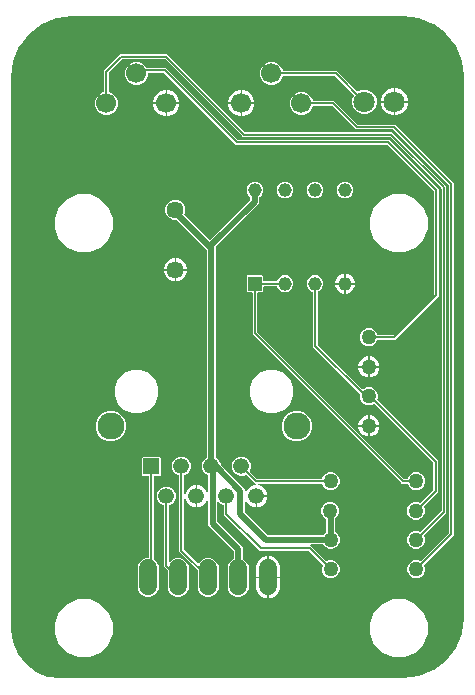
<source format=gbr>
G04 EAGLE Gerber RS-274X export*
G75*
%MOMM*%
%FSLAX34Y34*%
%LPD*%
%INTop Copper*%
%IPPOS*%
%AMOC8*
5,1,8,0,0,1.08239X$1,22.5*%
G01*
G04 Define Apertures*
%ADD10C,1.800000*%
%ADD11C,1.260000*%
%ADD12C,1.524000*%
%ADD13C,1.700000*%
%ADD14C,2.280000*%
%ADD15R,1.335000X1.335000*%
%ADD16C,1.335000*%
%ADD17C,1.450000*%
%ADD18R,1.170000X1.170000*%
%ADD19C,1.170000*%
%ADD20C,0.152400*%
%ADD21C,0.508000*%
G36*
X314768Y2039D02*
X314669Y2032D01*
X24310Y2032D01*
X24211Y2039D01*
X13712Y3421D01*
X13519Y3472D01*
X3736Y7525D01*
X3563Y7624D01*
X-4838Y14071D01*
X-4979Y14212D01*
X-11426Y22613D01*
X-11525Y22786D01*
X-15578Y32569D01*
X-15629Y32762D01*
X-17011Y43261D01*
X-17018Y43360D01*
X-17018Y511475D01*
X-17011Y511575D01*
X-15282Y524711D01*
X-15231Y524903D01*
X-10160Y537145D01*
X-10061Y537317D01*
X-1995Y547829D01*
X-1854Y547970D01*
X8658Y556036D01*
X8830Y556135D01*
X21072Y561206D01*
X21264Y561257D01*
X34400Y562986D01*
X34500Y562993D01*
X314902Y562993D01*
X315001Y562986D01*
X328047Y561269D01*
X328239Y561218D01*
X340395Y556182D01*
X340568Y556083D01*
X351007Y548072D01*
X351147Y547932D01*
X359158Y537493D01*
X359257Y537320D01*
X364293Y525164D01*
X364344Y524972D01*
X366061Y511926D01*
X366068Y511827D01*
X366068Y53431D01*
X366061Y53332D01*
X364336Y40226D01*
X364285Y40034D01*
X359226Y27821D01*
X359126Y27649D01*
X351079Y17161D01*
X350939Y17021D01*
X340451Y8974D01*
X340279Y8874D01*
X328066Y3815D01*
X327874Y3764D01*
X314768Y2039D01*
G37*
%LPC*%
G36*
X324254Y111810D02*
X327266Y111810D01*
X330048Y112962D01*
X332178Y115092D01*
X333330Y117874D01*
X333330Y120886D01*
X332590Y122671D01*
X332532Y122951D01*
X332588Y123249D01*
X332756Y123502D01*
X351282Y142028D01*
X351282Y418672D01*
X305642Y464312D01*
X181497Y464312D01*
X181211Y464368D01*
X180959Y464535D01*
X115142Y530352D01*
X75358Y530352D01*
X61468Y516462D01*
X61468Y499192D01*
X61415Y498912D01*
X61249Y498658D01*
X60998Y498488D01*
X57966Y497233D01*
X55217Y494484D01*
X53730Y490893D01*
X53730Y487007D01*
X55217Y483416D01*
X57966Y480667D01*
X61557Y479180D01*
X65443Y479180D01*
X69034Y480667D01*
X71783Y483416D01*
X73270Y487007D01*
X73270Y490893D01*
X71783Y494484D01*
X69034Y497233D01*
X66002Y498488D01*
X65764Y498645D01*
X65592Y498895D01*
X65532Y499192D01*
X65532Y514463D01*
X65588Y514749D01*
X65755Y515002D01*
X76819Y526065D01*
X77060Y526228D01*
X77357Y526288D01*
X113143Y526288D01*
X113429Y526232D01*
X113682Y526065D01*
X179498Y460248D01*
X303643Y460248D01*
X303929Y460192D01*
X304182Y460025D01*
X346995Y417212D01*
X347158Y416970D01*
X347218Y416673D01*
X347218Y144027D01*
X347162Y143741D01*
X346995Y143489D01*
X329882Y126376D01*
X329646Y126215D01*
X329349Y126152D01*
X329051Y126210D01*
X327266Y126950D01*
X324254Y126950D01*
X321472Y125798D01*
X319342Y123668D01*
X318190Y120886D01*
X318190Y117874D01*
X319342Y115092D01*
X321472Y112962D01*
X324254Y111810D01*
G37*
G36*
X279897Y479950D02*
X283983Y479950D01*
X287758Y481514D01*
X290646Y484403D01*
X292210Y488177D01*
X292210Y492263D01*
X290646Y496038D01*
X287758Y498926D01*
X283983Y500490D01*
X279897Y500490D01*
X276582Y499117D01*
X276303Y499059D01*
X276005Y499115D01*
X275752Y499282D01*
X258652Y516382D01*
X213442Y516382D01*
X213162Y516435D01*
X212908Y516601D01*
X212738Y516852D01*
X211483Y519884D01*
X208734Y522633D01*
X205143Y524120D01*
X201257Y524120D01*
X197666Y522633D01*
X194917Y519884D01*
X193430Y516293D01*
X193430Y512407D01*
X194917Y508816D01*
X197666Y506067D01*
X201257Y504580D01*
X205143Y504580D01*
X208734Y506067D01*
X211483Y508816D01*
X212738Y511848D01*
X212895Y512086D01*
X213145Y512258D01*
X213442Y512318D01*
X256653Y512318D01*
X256939Y512262D01*
X257192Y512095D01*
X272878Y496408D01*
X273038Y496172D01*
X273101Y495876D01*
X273043Y495578D01*
X271670Y492263D01*
X271670Y488177D01*
X273234Y484403D01*
X276123Y481514D01*
X279897Y479950D01*
G37*
G36*
X284244Y283260D02*
X287256Y283260D01*
X290038Y284412D01*
X292168Y286542D01*
X292907Y288328D01*
X293064Y288566D01*
X293314Y288738D01*
X293611Y288798D01*
X308182Y288798D01*
X344932Y325548D01*
X344932Y416132D01*
X303102Y457962D01*
X175147Y457962D01*
X174861Y458018D01*
X174609Y458185D01*
X113872Y518922D01*
X98090Y518922D01*
X97810Y518975D01*
X97556Y519141D01*
X97386Y519392D01*
X97183Y519884D01*
X94434Y522633D01*
X90843Y524120D01*
X86957Y524120D01*
X83366Y522633D01*
X80617Y519884D01*
X79130Y516293D01*
X79130Y512407D01*
X80617Y508816D01*
X83366Y506067D01*
X86957Y504580D01*
X90843Y504580D01*
X94434Y506067D01*
X97183Y508816D01*
X98670Y512407D01*
X98670Y514096D01*
X98721Y514371D01*
X98885Y514626D01*
X99135Y514798D01*
X99432Y514858D01*
X111873Y514858D01*
X112159Y514802D01*
X112412Y514635D01*
X173148Y453898D01*
X301103Y453898D01*
X301389Y453842D01*
X301642Y453675D01*
X340645Y414672D01*
X340808Y414430D01*
X340868Y414133D01*
X340868Y327547D01*
X340812Y327261D01*
X340645Y327009D01*
X306722Y293085D01*
X306480Y292922D01*
X306183Y292862D01*
X293611Y292862D01*
X293331Y292915D01*
X293077Y293081D01*
X292907Y293332D01*
X292168Y295118D01*
X290038Y297248D01*
X287256Y298400D01*
X284244Y298400D01*
X281462Y297248D01*
X279332Y295118D01*
X278180Y292336D01*
X278180Y289324D01*
X279332Y286542D01*
X281462Y284412D01*
X284244Y283260D01*
G37*
G36*
X295800Y490982D02*
X306578Y490982D01*
X306578Y501760D01*
X305045Y501760D01*
X300803Y500003D01*
X297557Y496757D01*
X295800Y492515D01*
X295800Y490982D01*
G37*
G36*
X308102Y490982D02*
X318880Y490982D01*
X318880Y492515D01*
X317123Y496757D01*
X313877Y500003D01*
X309635Y501760D01*
X308102Y501760D01*
X308102Y490982D01*
G37*
G36*
X166760Y489712D02*
X177038Y489712D01*
X177038Y499990D01*
X175604Y499990D01*
X171546Y498309D01*
X168441Y495204D01*
X166760Y491146D01*
X166760Y489712D01*
G37*
G36*
X103260Y489712D02*
X113538Y489712D01*
X113538Y499990D01*
X112104Y499990D01*
X108046Y498309D01*
X104941Y495204D01*
X103260Y491146D01*
X103260Y489712D01*
G37*
G36*
X115062Y489712D02*
X125340Y489712D01*
X125340Y491146D01*
X123659Y495204D01*
X120554Y498309D01*
X116496Y499990D01*
X115062Y499990D01*
X115062Y489712D01*
G37*
G36*
X178562Y489712D02*
X188840Y489712D01*
X188840Y491146D01*
X187159Y495204D01*
X184054Y498309D01*
X179996Y499990D01*
X178562Y499990D01*
X178562Y489712D01*
G37*
G36*
X324254Y86762D02*
X327266Y86762D01*
X330048Y87914D01*
X332178Y90044D01*
X333330Y92826D01*
X333330Y95838D01*
X332590Y97623D01*
X332532Y97903D01*
X332588Y98201D01*
X332756Y98454D01*
X357632Y123330D01*
X357632Y421353D01*
X308069Y470916D01*
X276493Y470916D01*
X276207Y470972D01*
X275955Y471139D01*
X256112Y490982D01*
X238842Y490982D01*
X238562Y491035D01*
X238308Y491201D01*
X238138Y491452D01*
X236883Y494484D01*
X234134Y497233D01*
X230543Y498720D01*
X226657Y498720D01*
X223066Y497233D01*
X220317Y494484D01*
X218830Y490893D01*
X218830Y487007D01*
X220317Y483416D01*
X223066Y480667D01*
X226657Y479180D01*
X230543Y479180D01*
X234134Y480667D01*
X236883Y483416D01*
X238138Y486448D01*
X238295Y486686D01*
X238545Y486858D01*
X238842Y486918D01*
X254113Y486918D01*
X254399Y486862D01*
X254652Y486695D01*
X274494Y466852D01*
X306070Y466852D01*
X306356Y466796D01*
X306609Y466629D01*
X353345Y419893D01*
X353508Y419651D01*
X353568Y419354D01*
X353568Y125329D01*
X353512Y125043D01*
X353345Y124791D01*
X329882Y101328D01*
X329646Y101167D01*
X329349Y101104D01*
X329051Y101162D01*
X327266Y101902D01*
X324254Y101902D01*
X321472Y100750D01*
X319342Y98620D01*
X318190Y95838D01*
X318190Y92826D01*
X319342Y90044D01*
X321472Y87914D01*
X324254Y86762D01*
G37*
G36*
X308102Y478680D02*
X309635Y478680D01*
X313877Y480437D01*
X317123Y483683D01*
X318880Y487925D01*
X318880Y489458D01*
X308102Y489458D01*
X308102Y478680D01*
G37*
G36*
X305045Y478680D02*
X306578Y478680D01*
X306578Y489458D01*
X295800Y489458D01*
X295800Y487925D01*
X297557Y483683D01*
X300803Y480437D01*
X305045Y478680D01*
G37*
G36*
X178562Y477910D02*
X179996Y477910D01*
X184054Y479591D01*
X187159Y482696D01*
X188840Y486754D01*
X188840Y488188D01*
X178562Y488188D01*
X178562Y477910D01*
G37*
G36*
X175604Y477910D02*
X177038Y477910D01*
X177038Y488188D01*
X166760Y488188D01*
X166760Y486754D01*
X168441Y482696D01*
X171546Y479591D01*
X175604Y477910D01*
G37*
G36*
X115062Y477910D02*
X116496Y477910D01*
X120554Y479591D01*
X123659Y482696D01*
X125340Y486754D01*
X125340Y488188D01*
X115062Y488188D01*
X115062Y477910D01*
G37*
G36*
X112104Y477910D02*
X113538Y477910D01*
X113538Y488188D01*
X103260Y488188D01*
X103260Y486754D01*
X104941Y482696D01*
X108046Y479591D01*
X112104Y477910D01*
G37*
G36*
X173367Y70995D02*
X176903Y70995D01*
X180171Y72348D01*
X182672Y74849D01*
X184025Y78117D01*
X184025Y96893D01*
X182672Y100161D01*
X180171Y102662D01*
X179415Y102974D01*
X179177Y103131D01*
X179005Y103381D01*
X178945Y103678D01*
X178945Y113213D01*
X157703Y134455D01*
X157540Y134696D01*
X157480Y134994D01*
X157480Y150754D01*
X157527Y151018D01*
X157686Y151276D01*
X157934Y151451D01*
X158230Y151516D01*
X158528Y151461D01*
X158781Y151293D01*
X160600Y149475D01*
X162598Y148647D01*
X162836Y148490D01*
X163008Y148240D01*
X163068Y147943D01*
X163068Y140128D01*
X193116Y110080D01*
X234423Y110080D01*
X234709Y110024D01*
X234962Y109857D01*
X246364Y98454D01*
X246525Y98218D01*
X246588Y97921D01*
X246530Y97623D01*
X245790Y95838D01*
X245790Y92826D01*
X246942Y90044D01*
X249072Y87914D01*
X251854Y86762D01*
X254866Y86762D01*
X257648Y87914D01*
X259778Y90044D01*
X260930Y92826D01*
X260930Y95838D01*
X259778Y98620D01*
X257648Y100750D01*
X254866Y101902D01*
X251854Y101902D01*
X250069Y101162D01*
X249789Y101104D01*
X249491Y101160D01*
X249238Y101328D01*
X236297Y114269D01*
X236144Y114489D01*
X236074Y114784D01*
X236125Y115083D01*
X236288Y115338D01*
X236538Y115510D01*
X236835Y115570D01*
X246235Y115570D01*
X246516Y115517D01*
X246770Y115351D01*
X246939Y115100D01*
X246942Y115092D01*
X249072Y112962D01*
X251854Y111810D01*
X254866Y111810D01*
X257648Y112962D01*
X259778Y115092D01*
X260930Y117874D01*
X260930Y120886D01*
X259778Y123668D01*
X257648Y125798D01*
X257640Y125801D01*
X257402Y125957D01*
X257230Y126208D01*
X257170Y126505D01*
X257170Y137003D01*
X257226Y137289D01*
X257393Y137542D01*
X259426Y139574D01*
X260578Y142356D01*
X260578Y145368D01*
X259426Y148150D01*
X257296Y150280D01*
X254514Y151432D01*
X251502Y151432D01*
X248720Y150280D01*
X246590Y148150D01*
X245438Y145368D01*
X245438Y142356D01*
X246590Y139574D01*
X248720Y137444D01*
X249080Y137296D01*
X249318Y137139D01*
X249490Y136889D01*
X249550Y136592D01*
X249550Y126505D01*
X249497Y126224D01*
X249331Y125970D01*
X249080Y125801D01*
X249072Y125798D01*
X246942Y123668D01*
X246939Y123660D01*
X246783Y123422D01*
X246533Y123250D01*
X246235Y123190D01*
X200400Y123190D01*
X200114Y123246D01*
X199861Y123413D01*
X180746Y142528D01*
X180583Y142770D01*
X180523Y143067D01*
X180523Y152386D01*
X180568Y152643D01*
X180725Y152903D01*
X180971Y153080D01*
X181267Y153148D01*
X181565Y153094D01*
X181820Y152929D01*
X181989Y152677D01*
X182688Y150990D01*
X185280Y148398D01*
X188667Y146995D01*
X189738Y146995D01*
X189738Y156972D01*
X199715Y156972D01*
X199715Y158043D01*
X198312Y161430D01*
X195720Y164022D01*
X192364Y165412D01*
X192144Y165552D01*
X191964Y165797D01*
X191894Y166092D01*
X191945Y166391D01*
X192109Y166646D01*
X192359Y166818D01*
X192656Y166878D01*
X245499Y166878D01*
X245779Y166825D01*
X246033Y166659D01*
X246203Y166408D01*
X246942Y164622D01*
X249072Y162492D01*
X251854Y161340D01*
X254866Y161340D01*
X257648Y162492D01*
X259778Y164622D01*
X260930Y167404D01*
X260930Y170416D01*
X259778Y173198D01*
X257648Y175328D01*
X254866Y176480D01*
X251854Y176480D01*
X249072Y175328D01*
X246942Y173198D01*
X246203Y171412D01*
X246046Y171174D01*
X245796Y171002D01*
X245499Y170942D01*
X191657Y170942D01*
X191371Y170998D01*
X191119Y171165D01*
X185083Y177201D01*
X184922Y177437D01*
X184859Y177734D01*
X184917Y178032D01*
X185745Y180030D01*
X185745Y183190D01*
X184535Y186111D01*
X182301Y188345D01*
X179380Y189555D01*
X176220Y189555D01*
X173300Y188345D01*
X171065Y186111D01*
X169855Y183190D01*
X169855Y180030D01*
X171065Y177110D01*
X173300Y174875D01*
X176220Y173665D01*
X179380Y173665D01*
X181378Y174493D01*
X181658Y174551D01*
X181956Y174495D01*
X182209Y174327D01*
X189811Y166726D01*
X189964Y166506D01*
X190033Y166211D01*
X189982Y165912D01*
X189819Y165657D01*
X189569Y165485D01*
X189272Y165425D01*
X188667Y165425D01*
X185280Y164022D01*
X182688Y161430D01*
X181989Y159743D01*
X181849Y159522D01*
X181604Y159342D01*
X181309Y159273D01*
X181010Y159323D01*
X180755Y159487D01*
X180583Y159737D01*
X180523Y160034D01*
X180523Y162685D01*
X160568Y182640D01*
X160405Y182882D01*
X160345Y183179D01*
X160345Y183190D01*
X159135Y186111D01*
X156901Y188345D01*
X156674Y188439D01*
X156436Y188596D01*
X156264Y188846D01*
X156204Y189143D01*
X156204Y367060D01*
X156260Y367346D01*
X156427Y367599D01*
X193040Y404212D01*
X193040Y409045D01*
X193096Y409331D01*
X193263Y409584D01*
X195266Y411587D01*
X196350Y414204D01*
X196350Y417036D01*
X195266Y419653D01*
X193263Y421656D01*
X190646Y422740D01*
X187814Y422740D01*
X185197Y421656D01*
X183194Y419653D01*
X182110Y417036D01*
X182110Y414204D01*
X183194Y411587D01*
X185197Y409584D01*
X185360Y409342D01*
X185420Y409045D01*
X185420Y407684D01*
X185364Y407398D01*
X185197Y407145D01*
X151663Y373611D01*
X151432Y373453D01*
X151136Y373388D01*
X150838Y373443D01*
X150585Y373611D01*
X129825Y394371D01*
X129665Y394607D01*
X129602Y394904D01*
X129660Y395202D01*
X130440Y397085D01*
X130440Y400475D01*
X129143Y403606D01*
X126746Y406003D01*
X123615Y407300D01*
X120225Y407300D01*
X117094Y406003D01*
X114697Y403606D01*
X113400Y400475D01*
X113400Y397085D01*
X114697Y393954D01*
X117094Y391557D01*
X120225Y390260D01*
X122844Y390260D01*
X123130Y390204D01*
X123383Y390037D01*
X148361Y365059D01*
X148524Y364817D01*
X148584Y364520D01*
X148584Y189138D01*
X148531Y188858D01*
X148365Y188604D01*
X148114Y188434D01*
X147900Y188345D01*
X145665Y186111D01*
X144455Y183190D01*
X144455Y180030D01*
X145665Y177110D01*
X147900Y174875D01*
X149390Y174257D01*
X149628Y174101D01*
X149800Y173851D01*
X149860Y173553D01*
X149860Y159592D01*
X149815Y159335D01*
X149658Y159076D01*
X149412Y158898D01*
X149116Y158831D01*
X148818Y158884D01*
X148564Y159049D01*
X148394Y159301D01*
X147512Y161430D01*
X144920Y164022D01*
X141533Y165425D01*
X140462Y165425D01*
X140462Y146995D01*
X141533Y146995D01*
X144920Y148398D01*
X147512Y150990D01*
X148394Y153119D01*
X148534Y153340D01*
X148779Y153519D01*
X149074Y153589D01*
X149373Y153538D01*
X149628Y153375D01*
X149800Y153125D01*
X149860Y152828D01*
X149860Y131522D01*
X171102Y110280D01*
X171265Y110038D01*
X171325Y109741D01*
X171325Y103678D01*
X171272Y103398D01*
X171106Y103144D01*
X170855Y102974D01*
X170099Y102662D01*
X167598Y100161D01*
X166245Y96893D01*
X166245Y78117D01*
X167598Y74849D01*
X170099Y72348D01*
X173367Y70995D01*
G37*
G36*
X213214Y408500D02*
X216046Y408500D01*
X218663Y409584D01*
X220666Y411587D01*
X221750Y414204D01*
X221750Y417036D01*
X220666Y419653D01*
X218663Y421656D01*
X216046Y422740D01*
X213214Y422740D01*
X210597Y421656D01*
X208594Y419653D01*
X207510Y417036D01*
X207510Y414204D01*
X208594Y411587D01*
X210597Y409584D01*
X213214Y408500D01*
G37*
G36*
X238614Y408500D02*
X241446Y408500D01*
X244063Y409584D01*
X246066Y411587D01*
X247150Y414204D01*
X247150Y417036D01*
X246066Y419653D01*
X244063Y421656D01*
X241446Y422740D01*
X238614Y422740D01*
X235997Y421656D01*
X233994Y419653D01*
X232910Y417036D01*
X232910Y414204D01*
X233994Y411587D01*
X235997Y409584D01*
X238614Y408500D01*
G37*
G36*
X264014Y408500D02*
X266846Y408500D01*
X269463Y409584D01*
X271466Y411587D01*
X272550Y414204D01*
X272550Y417036D01*
X271466Y419653D01*
X269463Y421656D01*
X266846Y422740D01*
X264014Y422740D01*
X261397Y421656D01*
X259394Y419653D01*
X258310Y417036D01*
X258310Y414204D01*
X259394Y411587D01*
X261397Y409584D01*
X264014Y408500D01*
G37*
G36*
X306270Y362818D02*
X316030Y362818D01*
X325046Y366553D01*
X331947Y373454D01*
X335682Y382470D01*
X335682Y392230D01*
X331947Y401246D01*
X325046Y408147D01*
X316030Y411882D01*
X306270Y411882D01*
X297254Y408147D01*
X290353Y401246D01*
X286618Y392230D01*
X286618Y382470D01*
X290353Y373454D01*
X297254Y366553D01*
X306270Y362818D01*
G37*
G36*
X39570Y362818D02*
X49330Y362818D01*
X58346Y366553D01*
X65247Y373454D01*
X68982Y382470D01*
X68982Y392230D01*
X65247Y401246D01*
X58346Y408147D01*
X49330Y411882D01*
X39570Y411882D01*
X30554Y408147D01*
X23653Y401246D01*
X19918Y392230D01*
X19918Y382470D01*
X23653Y373454D01*
X30554Y366553D01*
X39570Y362818D01*
G37*
G36*
X112130Y348742D02*
X121158Y348742D01*
X121158Y357770D01*
X119973Y357770D01*
X116374Y356280D01*
X113620Y353526D01*
X112130Y349927D01*
X112130Y348742D01*
G37*
G36*
X122682Y348742D02*
X131710Y348742D01*
X131710Y349927D01*
X130220Y353526D01*
X127466Y356280D01*
X123867Y357770D01*
X122682Y357770D01*
X122682Y348742D01*
G37*
G36*
X119973Y338190D02*
X121158Y338190D01*
X121158Y347218D01*
X112130Y347218D01*
X112130Y346033D01*
X113620Y342434D01*
X116374Y339680D01*
X119973Y338190D01*
G37*
G36*
X122682Y338190D02*
X123867Y338190D01*
X127466Y339680D01*
X130220Y342434D01*
X131710Y346033D01*
X131710Y347218D01*
X122682Y347218D01*
X122682Y338190D01*
G37*
G36*
X266192Y336982D02*
X273820Y336982D01*
X273820Y337889D01*
X272543Y340973D01*
X270183Y343333D01*
X267099Y344610D01*
X266192Y344610D01*
X266192Y336982D01*
G37*
G36*
X257040Y336982D02*
X264668Y336982D01*
X264668Y344610D01*
X263761Y344610D01*
X260677Y343333D01*
X258317Y340973D01*
X257040Y337889D01*
X257040Y336982D01*
G37*
G36*
X324254Y161340D02*
X327266Y161340D01*
X330048Y162492D01*
X332178Y164622D01*
X333330Y167404D01*
X333330Y170416D01*
X332178Y173198D01*
X330048Y175328D01*
X327266Y176480D01*
X324254Y176480D01*
X321472Y175328D01*
X319342Y173198D01*
X318603Y171412D01*
X318446Y171174D01*
X318196Y171002D01*
X317899Y170942D01*
X315694Y170942D01*
X315408Y170998D01*
X315155Y171165D01*
X191485Y294835D01*
X191322Y295077D01*
X191262Y295374D01*
X191262Y328338D01*
X191313Y328613D01*
X191477Y328868D01*
X191727Y329040D01*
X192024Y329100D01*
X195606Y329100D01*
X196350Y329844D01*
X196350Y333426D01*
X196401Y333701D01*
X196565Y333956D01*
X196815Y334128D01*
X197112Y334188D01*
X207256Y334188D01*
X207536Y334135D01*
X207790Y333969D01*
X207960Y333718D01*
X208594Y332187D01*
X210597Y330184D01*
X213214Y329100D01*
X216046Y329100D01*
X218663Y330184D01*
X220666Y332187D01*
X221750Y334804D01*
X221750Y337636D01*
X220666Y340253D01*
X218663Y342256D01*
X216046Y343340D01*
X213214Y343340D01*
X210597Y342256D01*
X208594Y340253D01*
X207960Y338722D01*
X207803Y338484D01*
X207553Y338312D01*
X207256Y338252D01*
X197112Y338252D01*
X196837Y338303D01*
X196582Y338467D01*
X196410Y338717D01*
X196350Y339014D01*
X196350Y342596D01*
X195606Y343340D01*
X182854Y343340D01*
X182110Y342596D01*
X182110Y329844D01*
X182854Y329100D01*
X186436Y329100D01*
X186711Y329049D01*
X186966Y328885D01*
X187138Y328635D01*
X187198Y328338D01*
X187198Y293375D01*
X313695Y166878D01*
X317899Y166878D01*
X318179Y166825D01*
X318433Y166659D01*
X318603Y166408D01*
X319342Y164622D01*
X321472Y162492D01*
X324254Y161340D01*
G37*
G36*
X323902Y136292D02*
X326914Y136292D01*
X329696Y137444D01*
X331826Y139574D01*
X332978Y142356D01*
X332978Y145368D01*
X332238Y147153D01*
X332180Y147433D01*
X332236Y147731D01*
X332404Y147984D01*
X344465Y160045D01*
X344465Y186259D01*
X293118Y237606D01*
X292957Y237842D01*
X292894Y238139D01*
X292952Y238437D01*
X293320Y239324D01*
X293320Y242336D01*
X292168Y245118D01*
X290038Y247248D01*
X287256Y248400D01*
X284244Y248400D01*
X281462Y247248D01*
X281103Y246888D01*
X280872Y246730D01*
X280576Y246665D01*
X280278Y246721D01*
X280025Y246888D01*
X242547Y284367D01*
X242384Y284608D01*
X242324Y284905D01*
X242324Y328954D01*
X242377Y329235D01*
X242543Y329489D01*
X242794Y329658D01*
X244063Y330184D01*
X246066Y332187D01*
X247150Y334804D01*
X247150Y337636D01*
X246066Y340253D01*
X244063Y342256D01*
X241446Y343340D01*
X238614Y343340D01*
X235997Y342256D01*
X233994Y340253D01*
X232910Y337636D01*
X232910Y334804D01*
X233994Y332187D01*
X235997Y330184D01*
X237790Y329441D01*
X238028Y329285D01*
X238200Y329035D01*
X238260Y328737D01*
X238260Y282906D01*
X278011Y243156D01*
X278171Y242920D01*
X278234Y242623D01*
X278180Y242347D01*
X278180Y239324D01*
X279332Y236542D01*
X281462Y234412D01*
X284244Y233260D01*
X287256Y233260D01*
X289939Y234372D01*
X290219Y234430D01*
X290517Y234374D01*
X290770Y234206D01*
X340177Y184799D01*
X340340Y184557D01*
X340401Y184260D01*
X340401Y162044D01*
X340345Y161758D01*
X340177Y161505D01*
X329530Y150858D01*
X329294Y150697D01*
X328997Y150634D01*
X328699Y150692D01*
X326914Y151432D01*
X323902Y151432D01*
X321120Y150280D01*
X318990Y148150D01*
X317838Y145368D01*
X317838Y142356D01*
X318990Y139574D01*
X321120Y137444D01*
X323902Y136292D01*
G37*
G36*
X263761Y327830D02*
X264668Y327830D01*
X264668Y335458D01*
X257040Y335458D01*
X257040Y334551D01*
X258317Y331467D01*
X260677Y329107D01*
X263761Y327830D01*
G37*
G36*
X266192Y327830D02*
X267099Y327830D01*
X270183Y329107D01*
X272543Y331467D01*
X273820Y334551D01*
X273820Y335458D01*
X266192Y335458D01*
X266192Y327830D01*
G37*
G36*
X276910Y266592D02*
X284988Y266592D01*
X284988Y274670D01*
X283992Y274670D01*
X280743Y273324D01*
X278256Y270837D01*
X276910Y267588D01*
X276910Y266592D01*
G37*
G36*
X286512Y266592D02*
X294590Y266592D01*
X294590Y267588D01*
X293244Y270837D01*
X290757Y273324D01*
X287508Y274670D01*
X286512Y274670D01*
X286512Y266592D01*
G37*
G36*
X286512Y256990D02*
X287508Y256990D01*
X290757Y258336D01*
X293244Y260823D01*
X294590Y264072D01*
X294590Y265068D01*
X286512Y265068D01*
X286512Y256990D01*
G37*
G36*
X283992Y256990D02*
X284988Y256990D01*
X284988Y265068D01*
X276910Y265068D01*
X276910Y264072D01*
X278256Y260823D01*
X280743Y258336D01*
X283992Y256990D01*
G37*
G36*
X199563Y226828D02*
X206837Y226828D01*
X213556Y229611D01*
X218699Y234754D01*
X221482Y241473D01*
X221482Y248747D01*
X218699Y255466D01*
X213556Y260609D01*
X206837Y263392D01*
X199563Y263392D01*
X192844Y260609D01*
X187701Y255466D01*
X184918Y248747D01*
X184918Y241473D01*
X187701Y234754D01*
X192844Y229611D01*
X199563Y226828D01*
G37*
G36*
X85263Y226828D02*
X92537Y226828D01*
X99256Y229611D01*
X104399Y234754D01*
X107182Y241473D01*
X107182Y248747D01*
X104399Y255466D01*
X99256Y260609D01*
X92537Y263392D01*
X85263Y263392D01*
X78544Y260609D01*
X73401Y255466D01*
X70618Y248747D01*
X70618Y241473D01*
X73401Y234754D01*
X78544Y229611D01*
X85263Y226828D01*
G37*
G36*
X222280Y202940D02*
X227320Y202940D01*
X231977Y204869D01*
X235541Y208433D01*
X237470Y213090D01*
X237470Y218130D01*
X235541Y222787D01*
X231977Y226351D01*
X227320Y228280D01*
X222280Y228280D01*
X217623Y226351D01*
X214059Y222787D01*
X212130Y218130D01*
X212130Y213090D01*
X214059Y208433D01*
X217623Y204869D01*
X222280Y202940D01*
G37*
G36*
X64780Y202940D02*
X69820Y202940D01*
X74477Y204869D01*
X78041Y208433D01*
X79970Y213090D01*
X79970Y218130D01*
X78041Y222787D01*
X74477Y226351D01*
X69820Y228280D01*
X64780Y228280D01*
X60123Y226351D01*
X56559Y222787D01*
X54630Y218130D01*
X54630Y213090D01*
X56559Y208433D01*
X60123Y204869D01*
X64780Y202940D01*
G37*
G36*
X276910Y216592D02*
X284988Y216592D01*
X284988Y224670D01*
X283992Y224670D01*
X280743Y223324D01*
X278256Y220837D01*
X276910Y217588D01*
X276910Y216592D01*
G37*
G36*
X286512Y216592D02*
X294590Y216592D01*
X294590Y217588D01*
X293244Y220837D01*
X290757Y223324D01*
X287508Y224670D01*
X286512Y224670D01*
X286512Y216592D01*
G37*
G36*
X283992Y206990D02*
X284988Y206990D01*
X284988Y215068D01*
X276910Y215068D01*
X276910Y214072D01*
X278256Y210823D01*
X280743Y208336D01*
X283992Y206990D01*
G37*
G36*
X286512Y206990D02*
X287508Y206990D01*
X290757Y208336D01*
X293244Y210823D01*
X294590Y214072D01*
X294590Y215068D01*
X286512Y215068D01*
X286512Y206990D01*
G37*
G36*
X147967Y70995D02*
X151503Y70995D01*
X154771Y72348D01*
X157272Y74849D01*
X158625Y78117D01*
X158625Y96893D01*
X157272Y100161D01*
X154771Y102662D01*
X151503Y104015D01*
X147967Y104015D01*
X144699Y102662D01*
X142198Y100161D01*
X141977Y99627D01*
X141829Y99397D01*
X141581Y99221D01*
X141285Y99156D01*
X140987Y99212D01*
X140734Y99379D01*
X129255Y110858D01*
X129092Y111100D01*
X129032Y111397D01*
X129032Y154054D01*
X129077Y154312D01*
X129234Y154571D01*
X129480Y154748D01*
X129776Y154816D01*
X130074Y154763D01*
X130329Y154597D01*
X130498Y154346D01*
X131888Y150990D01*
X134480Y148398D01*
X137867Y146995D01*
X138938Y146995D01*
X138938Y165425D01*
X137867Y165425D01*
X134480Y164022D01*
X131888Y161430D01*
X130498Y158074D01*
X130358Y157854D01*
X130113Y157674D01*
X129818Y157604D01*
X129519Y157655D01*
X129264Y157819D01*
X129092Y158069D01*
X129032Y158366D01*
X129032Y173343D01*
X129085Y173623D01*
X129251Y173877D01*
X129502Y174047D01*
X131501Y174875D01*
X133735Y177110D01*
X134945Y180030D01*
X134945Y183190D01*
X133735Y186111D01*
X131501Y188345D01*
X128580Y189555D01*
X125420Y189555D01*
X122500Y188345D01*
X120265Y186111D01*
X119055Y183190D01*
X119055Y180030D01*
X120265Y177110D01*
X122500Y174875D01*
X124498Y174047D01*
X124736Y173890D01*
X124908Y173640D01*
X124968Y173343D01*
X124968Y109398D01*
X140622Y93744D01*
X140785Y93503D01*
X140845Y93206D01*
X140845Y78117D01*
X142198Y74849D01*
X144699Y72348D01*
X147967Y70995D01*
G37*
G36*
X97167Y70995D02*
X100703Y70995D01*
X103971Y72348D01*
X106472Y74849D01*
X107825Y78117D01*
X107825Y96893D01*
X106472Y100161D01*
X103878Y102755D01*
X103864Y102764D01*
X103692Y103014D01*
X103632Y103311D01*
X103632Y172903D01*
X103683Y173178D01*
X103847Y173433D01*
X104097Y173605D01*
X104394Y173665D01*
X108801Y173665D01*
X109545Y174409D01*
X109545Y188811D01*
X108801Y189555D01*
X94399Y189555D01*
X93655Y188811D01*
X93655Y174409D01*
X94399Y173665D01*
X98806Y173665D01*
X99081Y173614D01*
X99336Y173450D01*
X99508Y173200D01*
X99568Y172903D01*
X99568Y104777D01*
X99517Y104502D01*
X99353Y104247D01*
X99103Y104075D01*
X98806Y104015D01*
X97167Y104015D01*
X93899Y102662D01*
X91398Y100161D01*
X90045Y96893D01*
X90045Y78117D01*
X91398Y74849D01*
X93899Y72348D01*
X97167Y70995D01*
G37*
G36*
X122567Y70995D02*
X126103Y70995D01*
X129371Y72348D01*
X131872Y74849D01*
X133225Y78117D01*
X133225Y96893D01*
X131872Y100161D01*
X129371Y102662D01*
X126103Y104015D01*
X122567Y104015D01*
X119299Y102662D01*
X117633Y100995D01*
X117413Y100842D01*
X117118Y100772D01*
X116819Y100823D01*
X116564Y100987D01*
X116392Y101237D01*
X116332Y101534D01*
X116332Y147943D01*
X116385Y148223D01*
X116551Y148477D01*
X116802Y148647D01*
X118801Y149475D01*
X121035Y151710D01*
X122245Y154630D01*
X122245Y157790D01*
X121035Y160711D01*
X118801Y162945D01*
X115880Y164155D01*
X112720Y164155D01*
X109800Y162945D01*
X107565Y160711D01*
X106355Y157790D01*
X106355Y154630D01*
X107565Y151710D01*
X109800Y149475D01*
X111798Y148647D01*
X112036Y148490D01*
X112208Y148240D01*
X112268Y147943D01*
X112268Y96698D01*
X115222Y93744D01*
X115385Y93503D01*
X115445Y93206D01*
X115445Y78117D01*
X116798Y74849D01*
X119299Y72348D01*
X122567Y70995D01*
G37*
G36*
X191262Y146995D02*
X192333Y146995D01*
X195720Y148398D01*
X198312Y150990D01*
X199715Y154377D01*
X199715Y155448D01*
X191262Y155448D01*
X191262Y146995D01*
G37*
G36*
X190375Y88267D02*
X199773Y88267D01*
X199773Y105285D01*
X198514Y105285D01*
X194780Y103738D01*
X191922Y100880D01*
X190375Y97146D01*
X190375Y88267D01*
G37*
G36*
X201297Y88267D02*
X210695Y88267D01*
X210695Y97146D01*
X209148Y100880D01*
X206290Y103738D01*
X202556Y105285D01*
X201297Y105285D01*
X201297Y88267D01*
G37*
G36*
X201297Y69725D02*
X202556Y69725D01*
X206290Y71272D01*
X209148Y74130D01*
X210695Y77864D01*
X210695Y86743D01*
X201297Y86743D01*
X201297Y69725D01*
G37*
G36*
X198514Y69725D02*
X199773Y69725D01*
X199773Y86743D01*
X190375Y86743D01*
X190375Y77864D01*
X191922Y74130D01*
X194780Y71272D01*
X198514Y69725D01*
G37*
G36*
X306270Y19918D02*
X316030Y19918D01*
X325046Y23653D01*
X331947Y30554D01*
X335682Y39570D01*
X335682Y49330D01*
X331947Y58346D01*
X325046Y65247D01*
X316030Y68982D01*
X306270Y68982D01*
X297254Y65247D01*
X290353Y58346D01*
X286618Y49330D01*
X286618Y39570D01*
X290353Y30554D01*
X297254Y23653D01*
X306270Y19918D01*
G37*
G36*
X39570Y19918D02*
X49330Y19918D01*
X58346Y23653D01*
X65247Y30554D01*
X68982Y39570D01*
X68982Y49330D01*
X65247Y58346D01*
X58346Y65247D01*
X49330Y68982D01*
X39570Y68982D01*
X30554Y65247D01*
X23653Y58346D01*
X19918Y49330D01*
X19918Y39570D01*
X23653Y30554D01*
X30554Y23653D01*
X39570Y19918D01*
G37*
%LPD*%
D10*
X307340Y490220D03*
X281940Y490220D03*
D11*
X285750Y290830D03*
X285750Y265830D03*
X285750Y240830D03*
X285750Y215830D03*
D12*
X200535Y95125D02*
X200535Y79885D01*
X175135Y79885D02*
X175135Y95125D01*
X149735Y95125D02*
X149735Y79885D01*
X124335Y79885D02*
X124335Y95125D01*
X98935Y95125D02*
X98935Y79885D01*
D13*
X228600Y488950D03*
X203200Y514350D03*
X177800Y488950D03*
D14*
X67300Y215610D03*
X224800Y215610D03*
D15*
X101600Y181610D03*
D16*
X114300Y156210D03*
X127000Y181610D03*
X139700Y156210D03*
X152400Y181610D03*
X165100Y156210D03*
X177800Y181610D03*
X190500Y156210D03*
D13*
X114300Y488950D03*
X88900Y514350D03*
X63500Y488950D03*
D11*
X253360Y94332D03*
X325760Y94332D03*
X325760Y119380D03*
X253360Y119380D03*
X325408Y143862D03*
X253008Y143862D03*
D17*
X121920Y398780D03*
X121920Y347980D03*
D11*
X325760Y168910D03*
X253360Y168910D03*
D18*
X189230Y336220D03*
D19*
X214630Y336220D03*
X240030Y336220D03*
X265430Y336220D03*
X265430Y415620D03*
X240030Y415620D03*
X214630Y415620D03*
X189230Y415620D03*
D20*
X114300Y156210D02*
X114300Y97540D01*
X124335Y87505D01*
X127000Y110240D02*
X127000Y181610D01*
X127000Y110240D02*
X149735Y87505D01*
D21*
X153670Y180340D02*
X152400Y181610D01*
X153670Y180340D02*
X153670Y133100D01*
X175135Y111635D02*
X175135Y87505D01*
X175135Y111635D02*
X153670Y133100D01*
X152394Y181616D02*
X152394Y368954D01*
X152394Y181616D02*
X152400Y181610D01*
X156210Y181610D02*
X176713Y161107D01*
X156210Y181610D02*
X152400Y181610D01*
X176713Y161107D02*
X176713Y141173D01*
X198506Y119380D01*
X253360Y119380D01*
X151124Y367684D02*
X152394Y368954D01*
X189230Y405790D02*
X189230Y415620D01*
X189230Y405790D02*
X152394Y368954D01*
X151124Y367684D02*
X121920Y396888D01*
X121920Y398780D01*
X253360Y143510D02*
X253360Y119380D01*
X253360Y143510D02*
X253008Y143862D01*
D20*
X101600Y181610D02*
X101600Y90170D01*
X98935Y87505D01*
X165100Y156210D02*
X165283Y156393D01*
X165100Y140970D02*
X193958Y112112D01*
X165100Y140970D02*
X165100Y156210D01*
X235580Y112112D02*
X253360Y94332D01*
X235580Y112112D02*
X193958Y112112D01*
X203200Y514350D02*
X257810Y514350D01*
X281940Y490220D01*
X302260Y455930D02*
X173990Y455930D01*
X113030Y516890D01*
X91440Y516890D01*
X88900Y514350D01*
X342900Y415290D02*
X342900Y326390D01*
X307340Y290830D01*
X285750Y290830D01*
X342900Y415290D02*
X302260Y455930D01*
X285750Y240830D02*
X283210Y240830D01*
X240292Y283748D01*
X285750Y240830D02*
X287020Y240830D01*
X342433Y185417D01*
X342433Y160887D01*
X325408Y143862D01*
X240292Y283748D02*
X240292Y335958D01*
X240030Y336220D01*
X325760Y119380D02*
X325485Y119105D01*
X325760Y119380D02*
X349250Y142870D01*
X349250Y417830D01*
X304800Y462280D01*
X180340Y462280D01*
X114300Y528320D01*
X76200Y528320D01*
X63500Y515620D01*
X63500Y488950D01*
X355600Y124172D02*
X325760Y94332D01*
X255270Y488950D02*
X228600Y488950D01*
X275336Y468884D02*
X307227Y468884D01*
X275336Y468884D02*
X255270Y488950D01*
X355600Y420511D02*
X355600Y124172D01*
X355600Y420511D02*
X307227Y468884D01*
X314537Y168910D02*
X325760Y168910D01*
X314537Y168910D02*
X189230Y294217D01*
X189230Y336220D01*
X214630Y336220D01*
X190500Y168910D02*
X253360Y168910D01*
X190500Y168910D02*
X177800Y181610D01*
M02*

</source>
